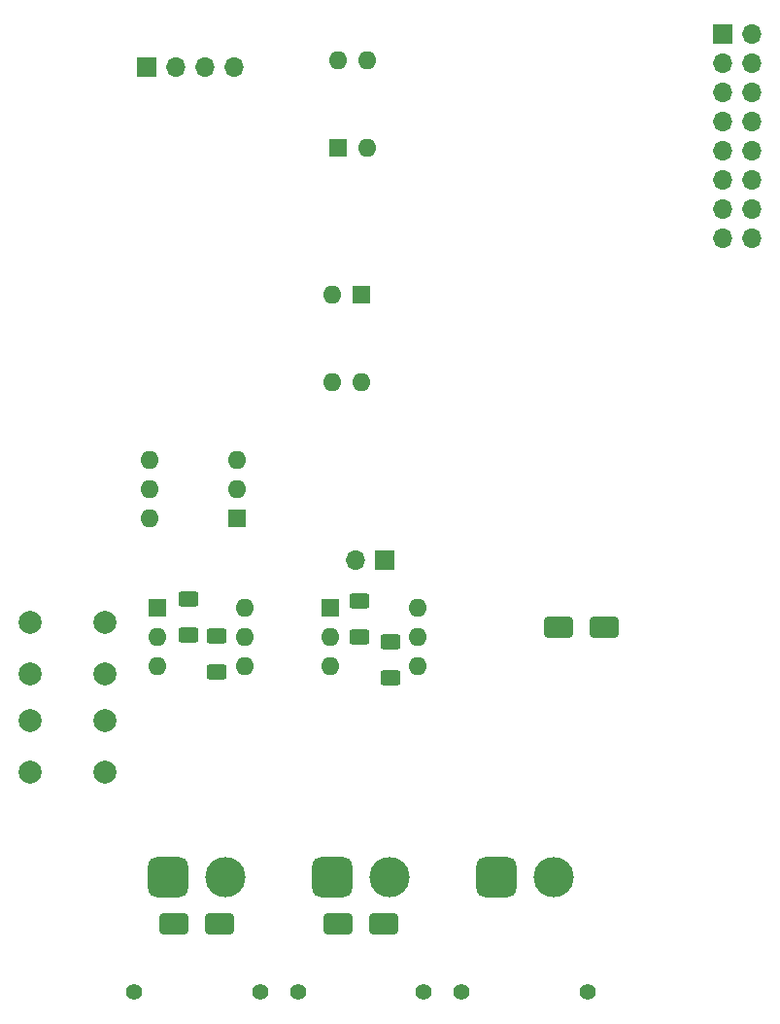
<source format=gbr>
%TF.GenerationSoftware,KiCad,Pcbnew,8.0.6*%
%TF.CreationDate,2025-05-10T04:30:44+07:00*%
%TF.ProjectId,FCU32 2 LAYER,46435533-3220-4322-904c-415945522e6b,rev?*%
%TF.SameCoordinates,Original*%
%TF.FileFunction,Soldermask,Bot*%
%TF.FilePolarity,Negative*%
%FSLAX46Y46*%
G04 Gerber Fmt 4.6, Leading zero omitted, Abs format (unit mm)*
G04 Created by KiCad (PCBNEW 8.0.6) date 2025-05-10 04:30:44*
%MOMM*%
%LPD*%
G01*
G04 APERTURE LIST*
G04 Aperture macros list*
%AMRoundRect*
0 Rectangle with rounded corners*
0 $1 Rounding radius*
0 $2 $3 $4 $5 $6 $7 $8 $9 X,Y pos of 4 corners*
0 Add a 4 corners polygon primitive as box body*
4,1,4,$2,$3,$4,$5,$6,$7,$8,$9,$2,$3,0*
0 Add four circle primitives for the rounded corners*
1,1,$1+$1,$2,$3*
1,1,$1+$1,$4,$5*
1,1,$1+$1,$6,$7*
1,1,$1+$1,$8,$9*
0 Add four rect primitives between the rounded corners*
20,1,$1+$1,$2,$3,$4,$5,0*
20,1,$1+$1,$4,$5,$6,$7,0*
20,1,$1+$1,$6,$7,$8,$9,0*
20,1,$1+$1,$8,$9,$2,$3,0*%
G04 Aperture macros list end*
%ADD10O,1.600000X1.600000*%
%ADD11R,1.600000X1.600000*%
%ADD12C,2.000000*%
%ADD13RoundRect,0.250000X-0.625000X0.400000X-0.625000X-0.400000X0.625000X-0.400000X0.625000X0.400000X0*%
%ADD14R,1.700000X1.700000*%
%ADD15O,1.700000X1.700000*%
%ADD16C,1.400000*%
%ADD17RoundRect,0.770000X0.980000X0.980000X-0.980000X0.980000X-0.980000X-0.980000X0.980000X-0.980000X0*%
%ADD18C,3.500000*%
%ADD19RoundRect,0.250000X1.000000X0.650000X-1.000000X0.650000X-1.000000X-0.650000X1.000000X-0.650000X0*%
G04 APERTURE END LIST*
D10*
%TO.C,U8*%
X38820000Y-72475001D03*
X38820000Y-75015001D03*
X38820000Y-77555001D03*
X31200000Y-77555000D03*
X31200000Y-75015001D03*
D11*
X31200000Y-72475001D03*
%TD*%
D10*
%TO.C,U2*%
X53820000Y-72475001D03*
X53820000Y-75015001D03*
X53820000Y-77555001D03*
X46200000Y-77555000D03*
X46200000Y-75015001D03*
D11*
X46200000Y-72475001D03*
%TD*%
%TO.C,U13*%
X48975000Y-45200000D03*
D10*
X46435000Y-45200000D03*
X46435000Y-52820000D03*
X48975000Y-52820000D03*
%TD*%
D11*
%TO.C,U9*%
X38100000Y-64725000D03*
D10*
X38100000Y-62185000D03*
X38100000Y-59645001D03*
X30480000Y-59645000D03*
X30480000Y-62185000D03*
X30480000Y-64725000D03*
%TD*%
D11*
%TO.C,U7*%
X46925001Y-32400000D03*
D10*
X49465001Y-32400000D03*
X49465001Y-24780000D03*
X46925001Y-24780000D03*
%TD*%
D12*
%TO.C,SW2*%
X20066000Y-82282000D03*
X26566000Y-82282000D03*
X20066000Y-86782000D03*
X26566000Y-86782000D03*
%TD*%
%TO.C,SW1*%
X20066000Y-73732000D03*
X26566000Y-73732000D03*
X20066000Y-78232000D03*
X26566000Y-78232000D03*
%TD*%
D13*
%TO.C,R19*%
X36300000Y-78050001D03*
X36300000Y-74949999D03*
%TD*%
%TO.C,R16*%
X33900000Y-71749999D03*
X33900000Y-74850001D03*
%TD*%
%TO.C,R8*%
X48800000Y-71899999D03*
X48800000Y-75000001D03*
%TD*%
%TO.C,R7*%
X51500000Y-75449999D03*
X51500000Y-78550001D03*
%TD*%
D14*
%TO.C,JP1*%
X50975000Y-68300000D03*
D15*
X48435000Y-68300000D03*
%TD*%
D16*
%TO.C,J5*%
X54400000Y-105900000D03*
X43400000Y-105900000D03*
D17*
X46400000Y-95900000D03*
D18*
X51400000Y-95900000D03*
%TD*%
D16*
%TO.C,J4*%
X40100000Y-105900000D03*
X29100000Y-105900000D03*
D17*
X32100000Y-95900000D03*
D18*
X37100000Y-95900000D03*
%TD*%
D16*
%TO.C,J3*%
X68700000Y-105900000D03*
X57700000Y-105900000D03*
D17*
X60700000Y-95900000D03*
D18*
X65700000Y-95900000D03*
%TD*%
D14*
%TO.C,J2*%
X30200000Y-25375000D03*
D15*
X32740000Y-25375000D03*
X35279999Y-25375000D03*
X37820000Y-25375000D03*
%TD*%
D19*
%TO.C,D5*%
X50900000Y-100000000D03*
X46900000Y-100000000D03*
%TD*%
%TO.C,D4*%
X36600000Y-100000000D03*
X32600000Y-100000000D03*
%TD*%
%TO.C,D1*%
X70100001Y-74200000D03*
X66099999Y-74200000D03*
%TD*%
D15*
%TO.C,J1*%
X83000000Y-40280000D03*
X80460000Y-40280001D03*
X83000000Y-37740000D03*
X80460000Y-37740000D03*
X83000000Y-35200000D03*
X80460000Y-35200000D03*
X83000000Y-32660000D03*
X80460000Y-32660000D03*
X83000000Y-30120000D03*
X80460000Y-30120000D03*
X83000000Y-27580000D03*
X80460000Y-27579999D03*
X83000000Y-25040000D03*
X80460000Y-25040000D03*
X83000000Y-22500000D03*
D14*
X80460000Y-22500000D03*
%TD*%
M02*

</source>
